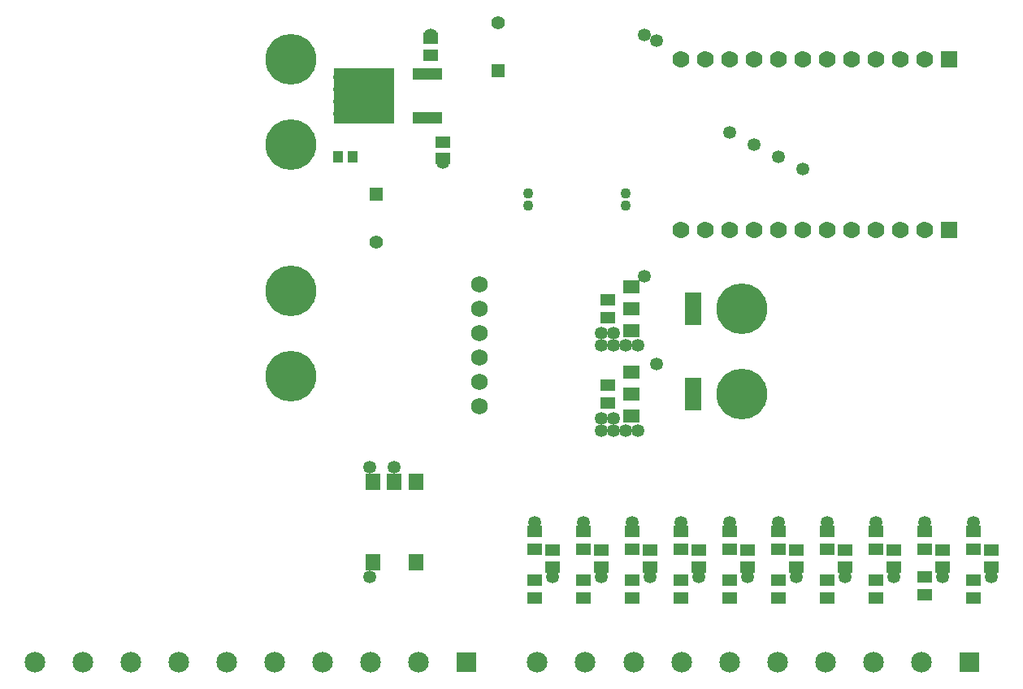
<source format=gts>
G04*
G04 #@! TF.GenerationSoftware,Altium Limited,Altium Designer,21.6.4 (81)*
G04*
G04 Layer_Color=8388736*
%FSLAX25Y25*%
%MOIN*%
G70*
G04*
G04 #@! TF.SameCoordinates,7FA0644F-06A5-4919-BB8C-97BE94AA254E*
G04*
G04*
G04 #@! TF.FilePolarity,Negative*
G04*
G01*
G75*
%ADD23R,0.06391X0.04737*%
%ADD24R,0.06233X0.05131*%
%ADD25R,0.24776X0.22965*%
%ADD26R,0.11942X0.04619*%
%ADD27R,0.07099X0.05524*%
%ADD28R,0.07099X0.13792*%
%ADD29R,0.06312X0.07099*%
%ADD30R,0.04461X0.04698*%
%ADD31C,0.08477*%
%ADD32R,0.08477X0.08477*%
%ADD33C,0.05524*%
%ADD34R,0.05524X0.05524*%
%ADD35C,0.20800*%
%ADD36C,0.06800*%
%ADD37C,0.06942*%
%ADD38R,0.06942X0.06942*%
%ADD39C,0.05300*%
%ADD40C,0.04300*%
D23*
X400000Y48819D02*
D03*
Y56181D02*
D03*
Y76181D02*
D03*
Y68819D02*
D03*
X380000Y50138D02*
D03*
Y57500D02*
D03*
Y76181D02*
D03*
Y68819D02*
D03*
X360000Y48819D02*
D03*
Y56181D02*
D03*
Y76181D02*
D03*
Y68819D02*
D03*
X340000Y48819D02*
D03*
Y56181D02*
D03*
X320000Y48819D02*
D03*
Y56181D02*
D03*
X340000Y76181D02*
D03*
Y68819D02*
D03*
X320000Y76181D02*
D03*
Y68819D02*
D03*
X300000Y48819D02*
D03*
Y56181D02*
D03*
Y76181D02*
D03*
Y68819D02*
D03*
X280000Y48819D02*
D03*
Y56181D02*
D03*
Y76181D02*
D03*
Y68819D02*
D03*
X260000Y48819D02*
D03*
Y56181D02*
D03*
Y76181D02*
D03*
Y68819D02*
D03*
X240000Y48819D02*
D03*
Y56181D02*
D03*
Y76181D02*
D03*
Y68819D02*
D03*
X220000Y48819D02*
D03*
Y56181D02*
D03*
Y76181D02*
D03*
Y68819D02*
D03*
X250000Y171181D02*
D03*
Y163819D02*
D03*
Y136181D02*
D03*
Y128819D02*
D03*
D24*
X407500Y61602D02*
D03*
Y68398D02*
D03*
X387500Y61602D02*
D03*
Y68398D02*
D03*
X367500Y61602D02*
D03*
Y68398D02*
D03*
X347500Y61602D02*
D03*
Y68398D02*
D03*
X327500Y61602D02*
D03*
Y68398D02*
D03*
X307500Y61602D02*
D03*
Y68398D02*
D03*
X287500Y61602D02*
D03*
Y68398D02*
D03*
X267500Y61602D02*
D03*
Y68398D02*
D03*
X247500Y61602D02*
D03*
Y68398D02*
D03*
X227500Y61602D02*
D03*
Y68398D02*
D03*
X182500Y229102D02*
D03*
Y235898D02*
D03*
X177500Y278398D02*
D03*
Y271602D02*
D03*
D25*
X150000Y255000D02*
D03*
D26*
X176181Y264016D02*
D03*
Y245984D02*
D03*
D27*
X259902Y158445D02*
D03*
Y167500D02*
D03*
Y176555D02*
D03*
Y123445D02*
D03*
Y132500D02*
D03*
Y141555D02*
D03*
D28*
X285098Y167500D02*
D03*
Y132500D02*
D03*
D29*
X162500Y96535D02*
D03*
X171358D02*
D03*
X153642D02*
D03*
Y63465D02*
D03*
X171358D02*
D03*
D30*
X139469Y230000D02*
D03*
X145531D02*
D03*
D31*
X15020Y22500D02*
D03*
X34705D02*
D03*
X54390D02*
D03*
X74075D02*
D03*
X93760D02*
D03*
X113445D02*
D03*
X133130D02*
D03*
X152815D02*
D03*
X172500D02*
D03*
X221260D02*
D03*
X240945D02*
D03*
X260630D02*
D03*
X280315D02*
D03*
X300000D02*
D03*
X319685D02*
D03*
X339370D02*
D03*
X359055D02*
D03*
X378740D02*
D03*
D32*
X192185D02*
D03*
X398425D02*
D03*
D33*
X205000Y284842D02*
D03*
X155000Y195000D02*
D03*
D34*
X205000Y265158D02*
D03*
X155000Y214685D02*
D03*
D35*
X305000Y167500D02*
D03*
Y132500D02*
D03*
X120000Y175000D02*
D03*
Y140000D02*
D03*
Y270000D02*
D03*
Y235000D02*
D03*
D36*
X197500Y157500D02*
D03*
Y167500D02*
D03*
Y177500D02*
D03*
Y147500D02*
D03*
Y137500D02*
D03*
Y127500D02*
D03*
D37*
X350000Y200000D02*
D03*
X360000D02*
D03*
X370000D02*
D03*
X380000D02*
D03*
X300000D02*
D03*
X310000D02*
D03*
X320000D02*
D03*
X330000D02*
D03*
X340000D02*
D03*
X290000D02*
D03*
X280000D02*
D03*
X350000Y270000D02*
D03*
X360000D02*
D03*
X370000D02*
D03*
X380000D02*
D03*
X300000D02*
D03*
X310000D02*
D03*
X320000D02*
D03*
X330000D02*
D03*
X340000D02*
D03*
X290000D02*
D03*
X280000D02*
D03*
D38*
X390000Y200000D02*
D03*
Y270000D02*
D03*
D39*
X340000Y80000D02*
D03*
X270000Y277500D02*
D03*
X140000Y262500D02*
D03*
Y257500D02*
D03*
Y252500D02*
D03*
Y247500D02*
D03*
X182500Y227500D02*
D03*
X162500Y102500D02*
D03*
X152500D02*
D03*
Y57500D02*
D03*
X400000Y80000D02*
D03*
X407500Y57500D02*
D03*
X330000Y225000D02*
D03*
X320000Y230000D02*
D03*
X310000Y235000D02*
D03*
X300000Y240000D02*
D03*
X287500Y57500D02*
D03*
X267500D02*
D03*
X247500D02*
D03*
X227500D02*
D03*
X307500D02*
D03*
X327500D02*
D03*
X347500D02*
D03*
X367500D02*
D03*
X387500D02*
D03*
X220000Y80000D02*
D03*
X240000D02*
D03*
X260000D02*
D03*
X280000D02*
D03*
X380000D02*
D03*
X320000D02*
D03*
X300000D02*
D03*
X360000D02*
D03*
X270000Y145000D02*
D03*
X265000Y180866D02*
D03*
Y280000D02*
D03*
X252500Y122500D02*
D03*
X247500D02*
D03*
Y152500D02*
D03*
X252500Y157500D02*
D03*
X257500Y117500D02*
D03*
X262500D02*
D03*
X252500Y152500D02*
D03*
X247500Y157500D02*
D03*
X257500Y152500D02*
D03*
X262500D02*
D03*
X247500Y117500D02*
D03*
X252500D02*
D03*
X177500Y280000D02*
D03*
D40*
X217500Y215000D02*
D03*
Y210000D02*
D03*
X257500D02*
D03*
Y215000D02*
D03*
M02*

</source>
